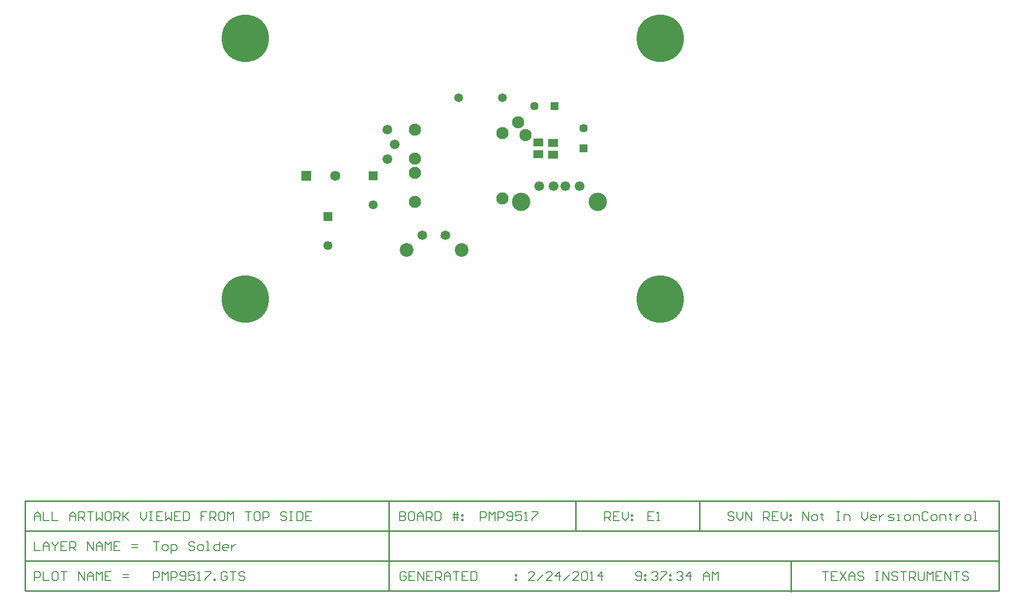
<source format=gts>
%FSAX25Y25*%
%MOIN*%
G70*
G01*
G75*
G04 Layer_Color=8388736*
%ADD10R,0.06300X0.05000*%
%ADD11C,0.01969*%
%ADD12C,0.03937*%
%ADD13C,0.00800*%
%ADD14C,0.01000*%
%ADD15C,0.31496*%
%ADD16C,0.05512*%
%ADD17R,0.05512X0.05512*%
%ADD18R,0.05118X0.05118*%
%ADD19C,0.05118*%
%ADD20C,0.11811*%
%ADD21C,0.06000*%
%ADD22C,0.06299*%
%ADD23R,0.06299X0.06299*%
%ADD24C,0.05906*%
%ADD25R,0.05118X0.05118*%
%ADD26C,0.05315*%
%ADD27C,0.07874*%
%ADD28C,0.08700*%
%ADD29C,0.03937*%
%ADD30R,0.05000X0.06300*%
%ADD31R,0.05512X0.05472*%
%ADD32R,0.19134X0.13228*%
%ADD33R,0.07284X0.05118*%
%ADD34R,0.03740X0.03937*%
%ADD35R,0.03937X0.03740*%
%ADD36R,0.13780X0.05906*%
%ADD37R,0.05512X0.03543*%
%ADD38R,0.05512X0.08661*%
%ADD39R,0.10630X0.05118*%
%ADD40R,0.05984X0.04724*%
%ADD41R,0.08500X0.10799*%
%ADD42R,0.04803X0.03602*%
%ADD43O,0.08661X0.02362*%
%ADD44C,0.03150*%
%ADD45C,0.00700*%
%ADD46C,0.00787*%
%ADD47C,0.00500*%
%ADD48C,0.00799*%
%ADD49C,0.01400*%
%ADD50C,0.00984*%
%ADD51C,0.00591*%
%ADD52R,0.06900X0.05600*%
%ADD53C,0.32096*%
%ADD54C,0.00600*%
%ADD55C,0.06112*%
%ADD56R,0.06112X0.06112*%
%ADD57R,0.05718X0.05718*%
%ADD58C,0.05718*%
%ADD59C,0.12411*%
%ADD60C,0.06600*%
%ADD61C,0.06899*%
%ADD62R,0.06899X0.06899*%
%ADD63C,0.06506*%
%ADD64R,0.05718X0.05718*%
%ADD65C,0.05915*%
%ADD66C,0.08268*%
%ADD67C,0.00394*%
%ADD68C,0.09300*%
G54D13*
X0126900Y0073549D02*
X0130899D01*
X0128899D01*
Y0067551D01*
X0133898D02*
X0135897D01*
X0136897Y0068550D01*
Y0070550D01*
X0135897Y0071549D01*
X0133898D01*
X0132898Y0070550D01*
Y0068550D01*
X0133898Y0067551D01*
X0138896Y0065551D02*
Y0071549D01*
X0141895D01*
X0142895Y0070550D01*
Y0068550D01*
X0141895Y0067551D01*
X0138896D01*
X0154891Y0072549D02*
X0153891Y0073549D01*
X0151892D01*
X0150892Y0072549D01*
Y0071549D01*
X0151892Y0070550D01*
X0153891D01*
X0154891Y0069550D01*
Y0068550D01*
X0153891Y0067551D01*
X0151892D01*
X0150892Y0068550D01*
X0157890Y0067551D02*
X0159889D01*
X0160889Y0068550D01*
Y0070550D01*
X0159889Y0071549D01*
X0157890D01*
X0156890Y0070550D01*
Y0068550D01*
X0157890Y0067551D01*
X0162888D02*
X0164888D01*
X0163888D01*
Y0073549D01*
X0162888D01*
X0171885D02*
Y0067551D01*
X0168886D01*
X0167887Y0068550D01*
Y0070550D01*
X0168886Y0071549D01*
X0171885D01*
X0176884Y0067551D02*
X0174884D01*
X0173885Y0068550D01*
Y0070550D01*
X0174884Y0071549D01*
X0176884D01*
X0177884Y0070550D01*
Y0069550D01*
X0173885D01*
X0179883Y0071549D02*
Y0067551D01*
Y0069550D01*
X0180883Y0070550D01*
X0181882Y0071549D01*
X0182882D01*
X0126900Y0073549D02*
X0130899D01*
X0128899D01*
Y0067551D01*
X0133898D02*
X0135897D01*
X0136897Y0068550D01*
Y0070550D01*
X0135897Y0071549D01*
X0133898D01*
X0132898Y0070550D01*
Y0068550D01*
X0133898Y0067551D01*
X0138896Y0065551D02*
Y0071549D01*
X0141895D01*
X0142895Y0070550D01*
Y0068550D01*
X0141895Y0067551D01*
X0138896D01*
X0154891Y0072549D02*
X0153891Y0073549D01*
X0151892D01*
X0150892Y0072549D01*
Y0071549D01*
X0151892Y0070550D01*
X0153891D01*
X0154891Y0069550D01*
Y0068550D01*
X0153891Y0067551D01*
X0151892D01*
X0150892Y0068550D01*
X0157890Y0067551D02*
X0159889D01*
X0160889Y0068550D01*
Y0070550D01*
X0159889Y0071549D01*
X0157890D01*
X0156890Y0070550D01*
Y0068550D01*
X0157890Y0067551D01*
X0162888D02*
X0164888D01*
X0163888D01*
Y0073549D01*
X0162888D01*
X0171885D02*
Y0067551D01*
X0168886D01*
X0167887Y0068550D01*
Y0070550D01*
X0168886Y0071549D01*
X0171885D01*
X0176884Y0067551D02*
X0174884D01*
X0173885Y0068550D01*
Y0070550D01*
X0174884Y0071549D01*
X0176884D01*
X0177884Y0070550D01*
Y0069550D01*
X0173885D01*
X0179883Y0071549D02*
Y0067551D01*
Y0069550D01*
X0180883Y0070550D01*
X0181882Y0071549D01*
X0182882D01*
X0567400Y0087833D02*
Y0093831D01*
X0571399Y0087833D01*
Y0093831D01*
X0574398Y0087833D02*
X0576397D01*
X0577397Y0088833D01*
Y0090832D01*
X0576397Y0091832D01*
X0574398D01*
X0573398Y0090832D01*
Y0088833D01*
X0574398Y0087833D01*
X0580396Y0092832D02*
Y0091832D01*
X0579396D01*
X0581395D01*
X0580396D01*
Y0088833D01*
X0581395Y0087833D01*
X0590393Y0093831D02*
X0592392D01*
X0591392D01*
Y0087833D01*
X0590393D01*
X0592392D01*
X0595391D02*
Y0091832D01*
X0598390D01*
X0599390Y0090832D01*
Y0087833D01*
X0607387Y0093831D02*
Y0089833D01*
X0609386Y0087833D01*
X0611386Y0089833D01*
Y0093831D01*
X0616384Y0087833D02*
X0614385D01*
X0613385Y0088833D01*
Y0090832D01*
X0614385Y0091832D01*
X0616384D01*
X0617384Y0090832D01*
Y0089833D01*
X0613385D01*
X0619383Y0091832D02*
Y0087833D01*
Y0089833D01*
X0620383Y0090832D01*
X0621383Y0091832D01*
X0622382D01*
X0625381Y0087833D02*
X0628380D01*
X0629380Y0088833D01*
X0628380Y0089833D01*
X0626381D01*
X0625381Y0090832D01*
X0626381Y0091832D01*
X0629380D01*
X0631379Y0087833D02*
X0633379D01*
X0632379D01*
Y0091832D01*
X0631379D01*
X0637377Y0087833D02*
X0639377D01*
X0640376Y0088833D01*
Y0090832D01*
X0639377Y0091832D01*
X0637377D01*
X0636378Y0090832D01*
Y0088833D01*
X0637377Y0087833D01*
X0642376D02*
Y0091832D01*
X0645375D01*
X0646374Y0090832D01*
Y0087833D01*
X0652373Y0092832D02*
X0651373Y0093831D01*
X0649373D01*
X0648374Y0092832D01*
Y0088833D01*
X0649373Y0087833D01*
X0651373D01*
X0652373Y0088833D01*
X0655372Y0087833D02*
X0657371D01*
X0658371Y0088833D01*
Y0090832D01*
X0657371Y0091832D01*
X0655372D01*
X0654372Y0090832D01*
Y0088833D01*
X0655372Y0087833D01*
X0660370D02*
Y0091832D01*
X0663369D01*
X0664369Y0090832D01*
Y0087833D01*
X0667368Y0092832D02*
Y0091832D01*
X0666368D01*
X0668367D01*
X0667368D01*
Y0088833D01*
X0668367Y0087833D01*
X0671366Y0091832D02*
Y0087833D01*
Y0089833D01*
X0672366Y0090832D01*
X0673366Y0091832D01*
X0674365D01*
X0678364Y0087833D02*
X0680364D01*
X0681363Y0088833D01*
Y0090832D01*
X0680364Y0091832D01*
X0678364D01*
X0677364Y0090832D01*
Y0088833D01*
X0678364Y0087833D01*
X0683362D02*
X0685362D01*
X0684362D01*
Y0093831D01*
X0683362D01*
X0520799Y0092832D02*
X0519799Y0093831D01*
X0517800D01*
X0516800Y0092832D01*
Y0091832D01*
X0517800Y0090832D01*
X0519799D01*
X0520799Y0089833D01*
Y0088833D01*
X0519799Y0087833D01*
X0517800D01*
X0516800Y0088833D01*
X0522798Y0093831D02*
Y0089833D01*
X0524797Y0087833D01*
X0526797Y0089833D01*
Y0093831D01*
X0528796Y0087833D02*
Y0093831D01*
X0532795Y0087833D01*
Y0093831D01*
X0540792Y0087833D02*
Y0093831D01*
X0543791D01*
X0544791Y0092832D01*
Y0090832D01*
X0543791Y0089833D01*
X0540792D01*
X0542792D02*
X0544791Y0087833D01*
X0550789Y0093831D02*
X0546790D01*
Y0087833D01*
X0550789D01*
X0546790Y0090832D02*
X0548790D01*
X0552788Y0093831D02*
Y0089833D01*
X0554788Y0087833D01*
X0556787Y0089833D01*
Y0093831D01*
X0558786Y0091832D02*
X0559786D01*
Y0090832D01*
X0558786D01*
Y0091832D01*
Y0088833D02*
X0559786D01*
Y0087833D01*
X0558786D01*
Y0088833D01*
X0433000Y0087833D02*
Y0093831D01*
X0435999D01*
X0436999Y0092832D01*
Y0090832D01*
X0435999Y0089833D01*
X0433000D01*
X0434999D02*
X0436999Y0087833D01*
X0442997Y0093831D02*
X0438998D01*
Y0087833D01*
X0442997D01*
X0438998Y0090832D02*
X0440997D01*
X0444996Y0093831D02*
Y0089833D01*
X0446995Y0087833D01*
X0448995Y0089833D01*
Y0093831D01*
X0450994Y0091832D02*
X0451994D01*
Y0090832D01*
X0450994D01*
Y0091832D01*
Y0088833D02*
X0451994D01*
Y0087833D01*
X0450994D01*
Y0088833D01*
X0126900Y0046966D02*
Y0052965D01*
X0129899D01*
X0130899Y0051965D01*
Y0049966D01*
X0129899Y0048966D01*
X0126900D01*
X0132898Y0046966D02*
Y0052965D01*
X0134897Y0050965D01*
X0136897Y0052965D01*
Y0046966D01*
X0138896D02*
Y0052965D01*
X0141895D01*
X0142895Y0051965D01*
Y0049966D01*
X0141895Y0048966D01*
X0138896D01*
X0144894Y0047966D02*
X0145894Y0046966D01*
X0147893D01*
X0148893Y0047966D01*
Y0051965D01*
X0147893Y0052965D01*
X0145894D01*
X0144894Y0051965D01*
Y0050965D01*
X0145894Y0049966D01*
X0148893D01*
X0154891Y0052965D02*
X0150892D01*
Y0049966D01*
X0152892Y0050965D01*
X0153891D01*
X0154891Y0049966D01*
Y0047966D01*
X0153891Y0046966D01*
X0151892D01*
X0150892Y0047966D01*
X0156890Y0046966D02*
X0158890D01*
X0157890D01*
Y0052965D01*
X0156890Y0051965D01*
X0161889Y0052965D02*
X0165887D01*
Y0051965D01*
X0161889Y0047966D01*
Y0046966D01*
X0167887D02*
Y0047966D01*
X0168886D01*
Y0046966D01*
X0167887D01*
X0176884Y0051965D02*
X0175884Y0052965D01*
X0173885D01*
X0172885Y0051965D01*
Y0047966D01*
X0173885Y0046966D01*
X0175884D01*
X0176884Y0047966D01*
Y0049966D01*
X0174884D01*
X0178883Y0052965D02*
X0182882D01*
X0180883D01*
Y0046966D01*
X0188880Y0051965D02*
X0187880Y0052965D01*
X0185881D01*
X0184881Y0051965D01*
Y0050965D01*
X0185881Y0049966D01*
X0187880D01*
X0188880Y0048966D01*
Y0047966D01*
X0187880Y0046966D01*
X0185881D01*
X0184881Y0047966D01*
X0385149Y0046966D02*
X0381150D01*
X0385149Y0050965D01*
Y0051965D01*
X0384149Y0052965D01*
X0382150D01*
X0381150Y0051965D01*
X0387148Y0046966D02*
X0391147Y0050965D01*
X0397145Y0046966D02*
X0393146D01*
X0397145Y0050965D01*
Y0051965D01*
X0396145Y0052965D01*
X0394146D01*
X0393146Y0051965D01*
X0402143Y0046966D02*
Y0052965D01*
X0399144Y0049966D01*
X0403143D01*
X0405142Y0046966D02*
X0409141Y0050965D01*
X0415139Y0046966D02*
X0411140D01*
X0415139Y0050965D01*
Y0051965D01*
X0414139Y0052965D01*
X0412140D01*
X0411140Y0051965D01*
X0417138D02*
X0418138Y0052965D01*
X0420137D01*
X0421137Y0051965D01*
Y0047966D01*
X0420137Y0046966D01*
X0418138D01*
X0417138Y0047966D01*
Y0051965D01*
X0423136Y0046966D02*
X0425136D01*
X0424136D01*
Y0052965D01*
X0423136Y0051965D01*
X0431134Y0046966D02*
Y0052965D01*
X0428135Y0049966D01*
X0432133D01*
X0298199Y0051965D02*
X0297199Y0052965D01*
X0295200D01*
X0294200Y0051965D01*
Y0047966D01*
X0295200Y0046966D01*
X0297199D01*
X0298199Y0047966D01*
Y0049966D01*
X0296199D01*
X0304197Y0052965D02*
X0300198D01*
Y0046966D01*
X0304197D01*
X0300198Y0049966D02*
X0302197D01*
X0306196Y0046966D02*
Y0052965D01*
X0310195Y0046966D01*
Y0052965D01*
X0316193D02*
X0312194D01*
Y0046966D01*
X0316193D01*
X0312194Y0049966D02*
X0314194D01*
X0318192Y0046966D02*
Y0052965D01*
X0321191D01*
X0322191Y0051965D01*
Y0049966D01*
X0321191Y0048966D01*
X0318192D01*
X0320192D02*
X0322191Y0046966D01*
X0324190D02*
Y0050965D01*
X0326190Y0052965D01*
X0328189Y0050965D01*
Y0046966D01*
Y0049966D01*
X0324190D01*
X0330188Y0052965D02*
X0334187D01*
X0332188D01*
Y0046966D01*
X0340185Y0052965D02*
X0336186D01*
Y0046966D01*
X0340185D01*
X0336186Y0049966D02*
X0338186D01*
X0342184Y0052965D02*
Y0046966D01*
X0345183D01*
X0346183Y0047966D01*
Y0051965D01*
X0345183Y0052965D01*
X0342184D01*
X0372175Y0050965D02*
X0373175D01*
Y0049966D01*
X0372175D01*
Y0050965D01*
Y0047966D02*
X0373175D01*
Y0046966D01*
X0372175D01*
Y0047966D01*
X0046350Y0087833D02*
Y0091832D01*
X0048349Y0093831D01*
X0050349Y0091832D01*
Y0087833D01*
Y0090832D01*
X0046350D01*
X0052348Y0093831D02*
Y0087833D01*
X0056347D01*
X0058346Y0093831D02*
Y0087833D01*
X0062345D01*
X0070342D02*
Y0091832D01*
X0072342Y0093831D01*
X0074341Y0091832D01*
Y0087833D01*
Y0090832D01*
X0070342D01*
X0076340Y0087833D02*
Y0093831D01*
X0079339D01*
X0080339Y0092832D01*
Y0090832D01*
X0079339Y0089833D01*
X0076340D01*
X0078340D02*
X0080339Y0087833D01*
X0082338Y0093831D02*
X0086337D01*
X0084338D01*
Y0087833D01*
X0088336Y0093831D02*
Y0087833D01*
X0090336Y0089833D01*
X0092335Y0087833D01*
Y0093831D01*
X0097334D02*
X0095334D01*
X0094335Y0092832D01*
Y0088833D01*
X0095334Y0087833D01*
X0097334D01*
X0098333Y0088833D01*
Y0092832D01*
X0097334Y0093831D01*
X0100332Y0087833D02*
Y0093831D01*
X0103332D01*
X0104331Y0092832D01*
Y0090832D01*
X0103332Y0089833D01*
X0100332D01*
X0102332D02*
X0104331Y0087833D01*
X0106331Y0093831D02*
Y0087833D01*
Y0089833D01*
X0110329Y0093831D01*
X0107330Y0090832D01*
X0110329Y0087833D01*
X0118327Y0093831D02*
Y0089833D01*
X0120326Y0087833D01*
X0122325Y0089833D01*
Y0093831D01*
X0124325D02*
X0126324D01*
X0125324D01*
Y0087833D01*
X0124325D01*
X0126324D01*
X0133322Y0093831D02*
X0129323D01*
Y0087833D01*
X0133322D01*
X0129323Y0090832D02*
X0131323D01*
X0135321Y0093831D02*
Y0087833D01*
X0137321Y0089833D01*
X0139320Y0087833D01*
Y0093831D01*
X0145318D02*
X0141319D01*
Y0087833D01*
X0145318D01*
X0141319Y0090832D02*
X0143319D01*
X0147317Y0093831D02*
Y0087833D01*
X0150316D01*
X0151316Y0088833D01*
Y0092832D01*
X0150316Y0093831D01*
X0147317D01*
X0163312D02*
X0159313D01*
Y0090832D01*
X0161313D01*
X0159313D01*
Y0087833D01*
X0165312D02*
Y0093831D01*
X0168310D01*
X0169310Y0092832D01*
Y0090832D01*
X0168310Y0089833D01*
X0165312D01*
X0167311D02*
X0169310Y0087833D01*
X0174309Y0093831D02*
X0172309D01*
X0171310Y0092832D01*
Y0088833D01*
X0172309Y0087833D01*
X0174309D01*
X0175308Y0088833D01*
Y0092832D01*
X0174309Y0093831D01*
X0177308Y0087833D02*
Y0093831D01*
X0179307Y0091832D01*
X0181306Y0093831D01*
Y0087833D01*
X0189304Y0093831D02*
X0193303D01*
X0191303D01*
Y0087833D01*
X0198301Y0093831D02*
X0196301D01*
X0195302Y0092832D01*
Y0088833D01*
X0196301Y0087833D01*
X0198301D01*
X0199301Y0088833D01*
Y0092832D01*
X0198301Y0093831D01*
X0201300Y0087833D02*
Y0093831D01*
X0204299D01*
X0205299Y0092832D01*
Y0090832D01*
X0204299Y0089833D01*
X0201300D01*
X0217295Y0092832D02*
X0216295Y0093831D01*
X0214296D01*
X0213296Y0092832D01*
Y0091832D01*
X0214296Y0090832D01*
X0216295D01*
X0217295Y0089833D01*
Y0088833D01*
X0216295Y0087833D01*
X0214296D01*
X0213296Y0088833D01*
X0219294Y0093831D02*
X0221293D01*
X0220294D01*
Y0087833D01*
X0219294D01*
X0221293D01*
X0224292Y0093831D02*
Y0087833D01*
X0227291D01*
X0228291Y0088833D01*
Y0092832D01*
X0227291Y0093831D01*
X0224292D01*
X0234289D02*
X0230291D01*
Y0087833D01*
X0234289D01*
X0230291Y0090832D02*
X0232290D01*
X0466149Y0093831D02*
X0462150D01*
Y0087833D01*
X0466149D01*
X0462150Y0090832D02*
X0464149D01*
X0468148Y0087833D02*
X0470147D01*
X0469148D01*
Y0093831D01*
X0468148Y0092832D01*
X0348550Y0087833D02*
Y0093831D01*
X0351549D01*
X0352549Y0092832D01*
Y0090832D01*
X0351549Y0089833D01*
X0348550D01*
X0354548Y0087833D02*
Y0093831D01*
X0356547Y0091832D01*
X0358547Y0093831D01*
Y0087833D01*
X0360546D02*
Y0093831D01*
X0363545D01*
X0364545Y0092832D01*
Y0090832D01*
X0363545Y0089833D01*
X0360546D01*
X0366544Y0088833D02*
X0367544Y0087833D01*
X0369543D01*
X0370543Y0088833D01*
Y0092832D01*
X0369543Y0093831D01*
X0367544D01*
X0366544Y0092832D01*
Y0091832D01*
X0367544Y0090832D01*
X0370543D01*
X0376541Y0093831D02*
X0372542D01*
Y0090832D01*
X0374542Y0091832D01*
X0375541D01*
X0376541Y0090832D01*
Y0088833D01*
X0375541Y0087833D01*
X0373542D01*
X0372542Y0088833D01*
X0378540Y0087833D02*
X0380540D01*
X0379540D01*
Y0093831D01*
X0378540Y0092832D01*
X0383539Y0093831D02*
X0387537D01*
Y0092832D01*
X0383539Y0088833D01*
Y0087833D01*
X0294000Y0093831D02*
Y0087833D01*
X0296999D01*
X0297999Y0088833D01*
Y0089833D01*
X0296999Y0090832D01*
X0294000D01*
X0296999D01*
X0297999Y0091832D01*
Y0092832D01*
X0296999Y0093831D01*
X0294000D01*
X0302997D02*
X0300998D01*
X0299998Y0092832D01*
Y0088833D01*
X0300998Y0087833D01*
X0302997D01*
X0303997Y0088833D01*
Y0092832D01*
X0302997Y0093831D01*
X0305996Y0087833D02*
Y0091832D01*
X0307996Y0093831D01*
X0309995Y0091832D01*
Y0087833D01*
Y0090832D01*
X0305996D01*
X0311994Y0087833D02*
Y0093831D01*
X0314993D01*
X0315993Y0092832D01*
Y0090832D01*
X0314993Y0089833D01*
X0311994D01*
X0313994D02*
X0315993Y0087833D01*
X0317992Y0093831D02*
Y0087833D01*
X0320991D01*
X0321991Y0088833D01*
Y0092832D01*
X0320991Y0093831D01*
X0317992D01*
X0330988Y0087833D02*
Y0093831D01*
X0332987D02*
Y0087833D01*
X0329988Y0091832D02*
X0332987D01*
X0333987D01*
X0329988Y0089833D02*
X0333987D01*
X0335986Y0091832D02*
X0336986D01*
Y0090832D01*
X0335986D01*
Y0091832D01*
Y0088833D02*
X0336986D01*
Y0087833D01*
X0335986D01*
Y0088833D01*
X0046350Y0073549D02*
Y0067551D01*
X0050349D01*
X0052348D02*
Y0071549D01*
X0054347Y0073549D01*
X0056347Y0071549D01*
Y0067551D01*
Y0070550D01*
X0052348D01*
X0058346Y0073549D02*
Y0072549D01*
X0060346Y0070550D01*
X0062345Y0072549D01*
Y0073549D01*
X0060346Y0070550D02*
Y0067551D01*
X0068343Y0073549D02*
X0064344D01*
Y0067551D01*
X0068343D01*
X0064344Y0070550D02*
X0066343D01*
X0070342Y0067551D02*
Y0073549D01*
X0073341D01*
X0074341Y0072549D01*
Y0070550D01*
X0073341Y0069550D01*
X0070342D01*
X0072342D02*
X0074341Y0067551D01*
X0082338D02*
Y0073549D01*
X0086337Y0067551D01*
Y0073549D01*
X0088336Y0067551D02*
Y0071549D01*
X0090336Y0073549D01*
X0092335Y0071549D01*
Y0067551D01*
Y0070550D01*
X0088336D01*
X0094335Y0067551D02*
Y0073549D01*
X0096334Y0071549D01*
X0098333Y0073549D01*
Y0067551D01*
X0104331Y0073549D02*
X0100332D01*
Y0067551D01*
X0104331D01*
X0100332Y0070550D02*
X0102332D01*
X0112329Y0069550D02*
X0116327D01*
X0112329Y0071549D02*
X0116327D01*
X0046350Y0046966D02*
Y0052965D01*
X0049349D01*
X0050349Y0051965D01*
Y0049966D01*
X0049349Y0048966D01*
X0046350D01*
X0052348Y0052965D02*
Y0046966D01*
X0056347D01*
X0061345Y0052965D02*
X0059346D01*
X0058346Y0051965D01*
Y0047966D01*
X0059346Y0046966D01*
X0061345D01*
X0062345Y0047966D01*
Y0051965D01*
X0061345Y0052965D01*
X0064344D02*
X0068343D01*
X0066343D01*
Y0046966D01*
X0076340D02*
Y0052965D01*
X0080339Y0046966D01*
Y0052965D01*
X0082338Y0046966D02*
Y0050965D01*
X0084338Y0052965D01*
X0086337Y0050965D01*
Y0046966D01*
Y0049966D01*
X0082338D01*
X0088336Y0046966D02*
Y0052965D01*
X0090336Y0050965D01*
X0092335Y0052965D01*
Y0046966D01*
X0098333Y0052965D02*
X0094335D01*
Y0046966D01*
X0098333D01*
X0094335Y0049966D02*
X0096334D01*
X0106331Y0048966D02*
X0110329D01*
X0106331Y0050965D02*
X0110329D01*
X0454050Y0047966D02*
X0455050Y0046966D01*
X0457049D01*
X0458049Y0047966D01*
Y0051965D01*
X0457049Y0052965D01*
X0455050D01*
X0454050Y0051965D01*
Y0050965D01*
X0455050Y0049966D01*
X0458049D01*
X0460048Y0050965D02*
X0461048D01*
Y0049966D01*
X0460048D01*
Y0050965D01*
Y0047966D02*
X0461048D01*
Y0046966D01*
X0460048D01*
Y0047966D01*
X0465046Y0051965D02*
X0466046Y0052965D01*
X0468046D01*
X0469045Y0051965D01*
Y0050965D01*
X0468046Y0049966D01*
X0467046D01*
X0468046D01*
X0469045Y0048966D01*
Y0047966D01*
X0468046Y0046966D01*
X0466046D01*
X0465046Y0047966D01*
X0471044Y0052965D02*
X0475043D01*
Y0051965D01*
X0471044Y0047966D01*
Y0046966D01*
X0477043Y0050965D02*
X0478042D01*
Y0049966D01*
X0477043D01*
Y0050965D01*
Y0047966D02*
X0478042D01*
Y0046966D01*
X0477043D01*
Y0047966D01*
X0482041Y0051965D02*
X0483041Y0052965D01*
X0485040D01*
X0486040Y0051965D01*
Y0050965D01*
X0485040Y0049966D01*
X0484040D01*
X0485040D01*
X0486040Y0048966D01*
Y0047966D01*
X0485040Y0046966D01*
X0483041D01*
X0482041Y0047966D01*
X0491038Y0046966D02*
Y0052965D01*
X0488039Y0049966D01*
X0492038D01*
X0500035Y0046966D02*
Y0050965D01*
X0502035Y0052965D01*
X0504034Y0050965D01*
Y0046966D01*
Y0049966D01*
X0500035D01*
X0506033Y0046966D02*
Y0052965D01*
X0508033Y0050965D01*
X0510032Y0052965D01*
Y0046966D01*
X0580500Y0052965D02*
X0584499D01*
X0582499D01*
Y0046966D01*
X0590497Y0052965D02*
X0586498D01*
Y0046966D01*
X0590497D01*
X0586498Y0049966D02*
X0588497D01*
X0592496Y0052965D02*
X0596495Y0046966D01*
Y0052965D02*
X0592496Y0046966D01*
X0598494D02*
Y0050965D01*
X0600493Y0052965D01*
X0602493Y0050965D01*
Y0046966D01*
Y0049966D01*
X0598494D01*
X0608491Y0051965D02*
X0607491Y0052965D01*
X0605492D01*
X0604492Y0051965D01*
Y0050965D01*
X0605492Y0049966D01*
X0607491D01*
X0608491Y0048966D01*
Y0047966D01*
X0607491Y0046966D01*
X0605492D01*
X0604492Y0047966D01*
X0616488Y0052965D02*
X0618488D01*
X0617488D01*
Y0046966D01*
X0616488D01*
X0618488D01*
X0621487D02*
Y0052965D01*
X0625486Y0046966D01*
Y0052965D01*
X0631484Y0051965D02*
X0630484Y0052965D01*
X0628484D01*
X0627485Y0051965D01*
Y0050965D01*
X0628484Y0049966D01*
X0630484D01*
X0631484Y0048966D01*
Y0047966D01*
X0630484Y0046966D01*
X0628484D01*
X0627485Y0047966D01*
X0633483Y0052965D02*
X0637482D01*
X0635482D01*
Y0046966D01*
X0639481D02*
Y0052965D01*
X0642480D01*
X0643480Y0051965D01*
Y0049966D01*
X0642480Y0048966D01*
X0639481D01*
X0641480D02*
X0643480Y0046966D01*
X0645479Y0052965D02*
Y0047966D01*
X0646479Y0046966D01*
X0648478D01*
X0649478Y0047966D01*
Y0052965D01*
X0651477Y0046966D02*
Y0052965D01*
X0653476Y0050965D01*
X0655476Y0052965D01*
Y0046966D01*
X0661474Y0052965D02*
X0657475D01*
Y0046966D01*
X0661474D01*
X0657475Y0049966D02*
X0659474D01*
X0663473Y0046966D02*
Y0052965D01*
X0667472Y0046966D01*
Y0052965D01*
X0669471D02*
X0673470D01*
X0671471D01*
Y0046966D01*
X0679468Y0051965D02*
X0678468Y0052965D01*
X0676469D01*
X0675469Y0051965D01*
Y0050965D01*
X0676469Y0049966D01*
X0678468D01*
X0679468Y0048966D01*
Y0047966D01*
X0678468Y0046966D01*
X0676469D01*
X0675469Y0047966D01*
G54D14*
X0497200Y0080717D02*
Y0101050D01*
X0413200Y0080717D02*
Y0101050D01*
X0040000Y0080717D02*
X0700200D01*
X0040000Y0060383D02*
X0700000D01*
X0040000Y0040050D02*
X0440500D01*
X0040050Y0101050D02*
X0700200D01*
X0040050Y0040050D02*
Y0101050D01*
Y0040050D02*
X0197600D01*
X0040000D02*
Y0101050D01*
X0286500Y0040050D02*
Y0101050D01*
X0700200Y0040050D02*
Y0101050D01*
X0440500Y0040050D02*
X0700200D01*
X0559400Y0039400D02*
Y0059683D01*
G54D52*
X0388098Y0344408D02*
D03*
Y0336408D02*
D03*
X0397964Y0336172D02*
D03*
Y0344172D02*
D03*
G54D53*
X0189279Y0415211D02*
D03*
Y0238046D02*
D03*
X0470775Y0415211D02*
D03*
Y0238046D02*
D03*
G54D54*
X0323137Y0387652D02*
D03*
X0222743Y0324660D02*
D03*
X0323137Y0261668D02*
D03*
X0437310Y0324660D02*
D03*
G54D55*
X0275893Y0302022D02*
D03*
X0245381Y0274463D02*
D03*
G54D56*
X0275893Y0321707D02*
D03*
X0245381Y0294148D02*
D03*
G54D57*
X0398924Y0368951D02*
D03*
G54D58*
X0385145D02*
D03*
X0418610Y0354187D02*
D03*
G54D59*
X0428137Y0304148D02*
D03*
X0376405D02*
D03*
G54D60*
X0416050Y0314817D02*
D03*
X0406208D02*
D03*
X0398334D02*
D03*
X0388491D02*
D03*
X0285735Y0333203D02*
D03*
X0290735Y0343203D02*
D03*
X0285735Y0353203D02*
D03*
G54D61*
X0250302Y0321707D02*
D03*
G54D62*
X0230617D02*
D03*
G54D63*
X0309358Y0281353D02*
D03*
X0325106D02*
D03*
G54D64*
X0418610Y0340408D02*
D03*
G54D65*
X0333964Y0374857D02*
D03*
X0363491D02*
D03*
G54D66*
Y0306451D02*
D03*
X0379239Y0349266D02*
D03*
X0374318Y0358124D02*
D03*
X0363491Y0350743D02*
D03*
X0304436Y0353203D02*
D03*
Y0333518D02*
D03*
Y0323676D02*
D03*
Y0303991D02*
D03*
G54D67*
Y0343361D02*
D03*
Y0313833D02*
D03*
G54D68*
X0335932Y0271510D02*
D03*
X0298531D02*
D03*
M02*

</source>
